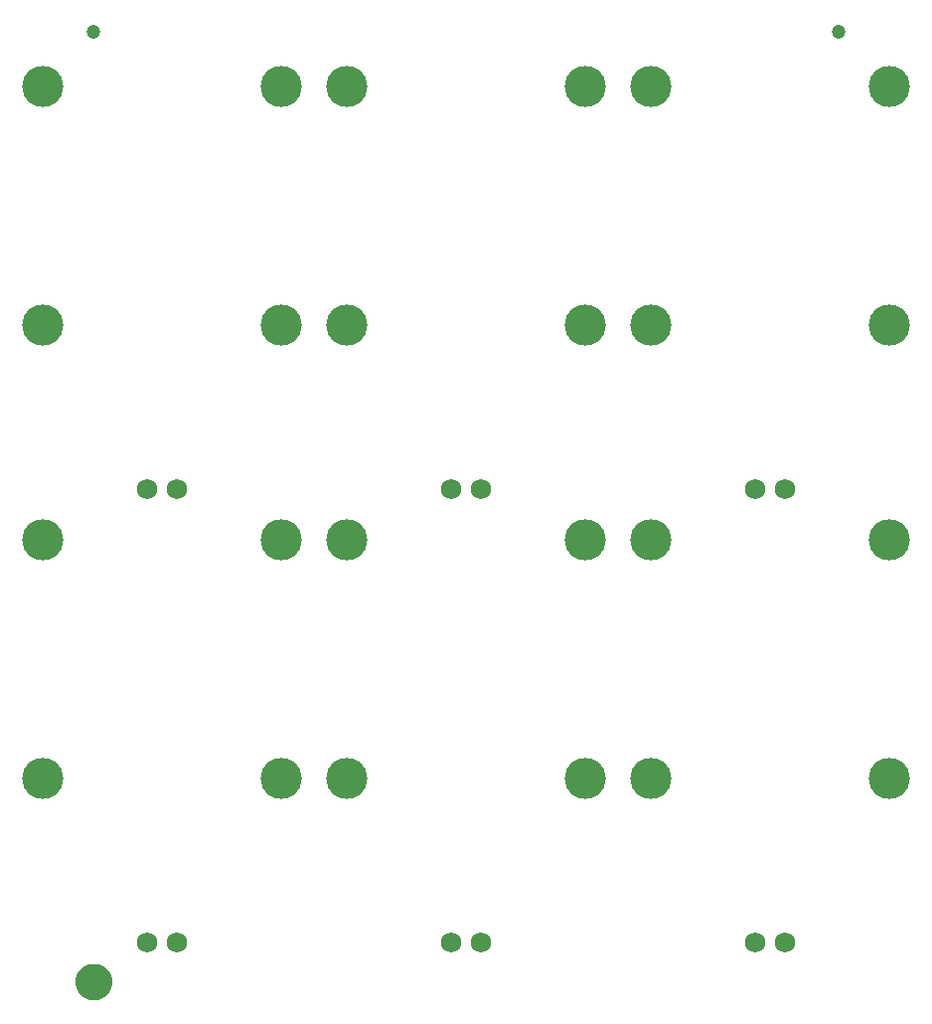
<source format=gbs>
G75*
%MOIN*%
%OFA0B0*%
%FSLAX25Y25*%
%IPPOS*%
%LPD*%
%AMOC8*
5,1,8,0,0,1.08239X$1,22.5*
%
%ADD10C,0.13800*%
%ADD11C,0.04737*%
%ADD12C,0.05000*%
%ADD13C,0.06706*%
%ADD14C,0.06800*%
D10*
X0058342Y0088750D03*
X0138342Y0088750D03*
X0160342Y0088750D03*
X0240342Y0088750D03*
X0262342Y0088750D03*
X0342342Y0088750D03*
X0342342Y0168750D03*
X0342342Y0240750D03*
X0262342Y0240750D03*
X0240342Y0240750D03*
X0160342Y0240750D03*
X0138342Y0240750D03*
X0138342Y0168750D03*
X0160342Y0168750D03*
X0240342Y0168750D03*
X0262342Y0168750D03*
X0262342Y0320750D03*
X0240342Y0320750D03*
X0160342Y0320750D03*
X0138342Y0320750D03*
X0058342Y0320750D03*
X0058342Y0240750D03*
X0058342Y0168750D03*
X0342342Y0320750D03*
D11*
X0325342Y0339000D03*
X0075342Y0339000D03*
D12*
X0071777Y0020500D02*
X0071779Y0020619D01*
X0071785Y0020738D01*
X0071795Y0020857D01*
X0071809Y0020975D01*
X0071827Y0021093D01*
X0071848Y0021210D01*
X0071874Y0021326D01*
X0071904Y0021442D01*
X0071937Y0021556D01*
X0071974Y0021669D01*
X0072015Y0021781D01*
X0072060Y0021892D01*
X0072108Y0022001D01*
X0072160Y0022108D01*
X0072216Y0022213D01*
X0072275Y0022317D01*
X0072337Y0022418D01*
X0072403Y0022518D01*
X0072472Y0022615D01*
X0072544Y0022709D01*
X0072620Y0022802D01*
X0072698Y0022891D01*
X0072779Y0022978D01*
X0072864Y0023063D01*
X0072951Y0023144D01*
X0073040Y0023222D01*
X0073133Y0023298D01*
X0073227Y0023370D01*
X0073324Y0023439D01*
X0073424Y0023505D01*
X0073525Y0023567D01*
X0073629Y0023626D01*
X0073734Y0023682D01*
X0073841Y0023734D01*
X0073950Y0023782D01*
X0074061Y0023827D01*
X0074173Y0023868D01*
X0074286Y0023905D01*
X0074400Y0023938D01*
X0074516Y0023968D01*
X0074632Y0023994D01*
X0074749Y0024015D01*
X0074867Y0024033D01*
X0074985Y0024047D01*
X0075104Y0024057D01*
X0075223Y0024063D01*
X0075342Y0024065D01*
X0075461Y0024063D01*
X0075580Y0024057D01*
X0075699Y0024047D01*
X0075817Y0024033D01*
X0075935Y0024015D01*
X0076052Y0023994D01*
X0076168Y0023968D01*
X0076284Y0023938D01*
X0076398Y0023905D01*
X0076511Y0023868D01*
X0076623Y0023827D01*
X0076734Y0023782D01*
X0076843Y0023734D01*
X0076950Y0023682D01*
X0077055Y0023626D01*
X0077159Y0023567D01*
X0077260Y0023505D01*
X0077360Y0023439D01*
X0077457Y0023370D01*
X0077551Y0023298D01*
X0077644Y0023222D01*
X0077733Y0023144D01*
X0077820Y0023063D01*
X0077905Y0022978D01*
X0077986Y0022891D01*
X0078064Y0022802D01*
X0078140Y0022709D01*
X0078212Y0022615D01*
X0078281Y0022518D01*
X0078347Y0022418D01*
X0078409Y0022317D01*
X0078468Y0022213D01*
X0078524Y0022108D01*
X0078576Y0022001D01*
X0078624Y0021892D01*
X0078669Y0021781D01*
X0078710Y0021669D01*
X0078747Y0021556D01*
X0078780Y0021442D01*
X0078810Y0021326D01*
X0078836Y0021210D01*
X0078857Y0021093D01*
X0078875Y0020975D01*
X0078889Y0020857D01*
X0078899Y0020738D01*
X0078905Y0020619D01*
X0078907Y0020500D01*
X0078905Y0020381D01*
X0078899Y0020262D01*
X0078889Y0020143D01*
X0078875Y0020025D01*
X0078857Y0019907D01*
X0078836Y0019790D01*
X0078810Y0019674D01*
X0078780Y0019558D01*
X0078747Y0019444D01*
X0078710Y0019331D01*
X0078669Y0019219D01*
X0078624Y0019108D01*
X0078576Y0018999D01*
X0078524Y0018892D01*
X0078468Y0018787D01*
X0078409Y0018683D01*
X0078347Y0018582D01*
X0078281Y0018482D01*
X0078212Y0018385D01*
X0078140Y0018291D01*
X0078064Y0018198D01*
X0077986Y0018109D01*
X0077905Y0018022D01*
X0077820Y0017937D01*
X0077733Y0017856D01*
X0077644Y0017778D01*
X0077551Y0017702D01*
X0077457Y0017630D01*
X0077360Y0017561D01*
X0077260Y0017495D01*
X0077159Y0017433D01*
X0077055Y0017374D01*
X0076950Y0017318D01*
X0076843Y0017266D01*
X0076734Y0017218D01*
X0076623Y0017173D01*
X0076511Y0017132D01*
X0076398Y0017095D01*
X0076284Y0017062D01*
X0076168Y0017032D01*
X0076052Y0017006D01*
X0075935Y0016985D01*
X0075817Y0016967D01*
X0075699Y0016953D01*
X0075580Y0016943D01*
X0075461Y0016937D01*
X0075342Y0016935D01*
X0075223Y0016937D01*
X0075104Y0016943D01*
X0074985Y0016953D01*
X0074867Y0016967D01*
X0074749Y0016985D01*
X0074632Y0017006D01*
X0074516Y0017032D01*
X0074400Y0017062D01*
X0074286Y0017095D01*
X0074173Y0017132D01*
X0074061Y0017173D01*
X0073950Y0017218D01*
X0073841Y0017266D01*
X0073734Y0017318D01*
X0073629Y0017374D01*
X0073525Y0017433D01*
X0073424Y0017495D01*
X0073324Y0017561D01*
X0073227Y0017630D01*
X0073133Y0017702D01*
X0073040Y0017778D01*
X0072951Y0017856D01*
X0072864Y0017937D01*
X0072779Y0018022D01*
X0072698Y0018109D01*
X0072620Y0018198D01*
X0072544Y0018291D01*
X0072472Y0018385D01*
X0072403Y0018482D01*
X0072337Y0018582D01*
X0072275Y0018683D01*
X0072216Y0018787D01*
X0072160Y0018892D01*
X0072108Y0018999D01*
X0072060Y0019108D01*
X0072015Y0019219D01*
X0071974Y0019331D01*
X0071937Y0019444D01*
X0071904Y0019558D01*
X0071874Y0019674D01*
X0071848Y0019790D01*
X0071827Y0019907D01*
X0071809Y0020025D01*
X0071795Y0020143D01*
X0071785Y0020262D01*
X0071779Y0020381D01*
X0071777Y0020500D01*
D13*
X0075342Y0020500D03*
D14*
X0093342Y0033750D03*
X0103342Y0033750D03*
X0195342Y0033750D03*
X0205342Y0033750D03*
X0297342Y0033750D03*
X0307342Y0033750D03*
X0307342Y0185750D03*
X0297342Y0185750D03*
X0205342Y0185750D03*
X0195342Y0185750D03*
X0103342Y0185750D03*
X0093342Y0185750D03*
M02*

</source>
